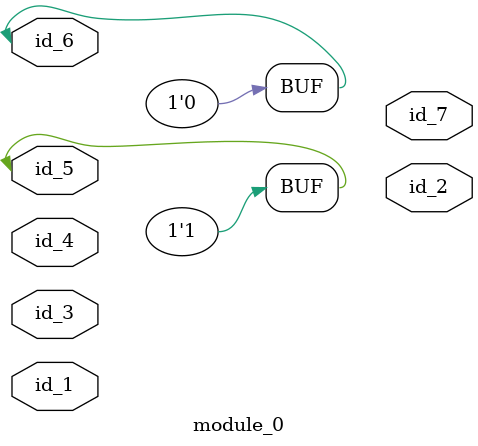
<source format=v>
module module_0 (
    id_1,
    id_2,
    id_3,
    id_4,
    id_5,
    id_6,
    id_7
);
  output id_7;
  input id_6;
  input id_5;
  input id_4;
  input id_3;
  output id_2;
  input id_1;
  assign id_5 = 1;
  assign id_6 = 1'd0;
  type_9 id_8 (
      .id_0(id_3.id_6 - !id_5),
      .id_1(id_6)
  );
endmodule

</source>
